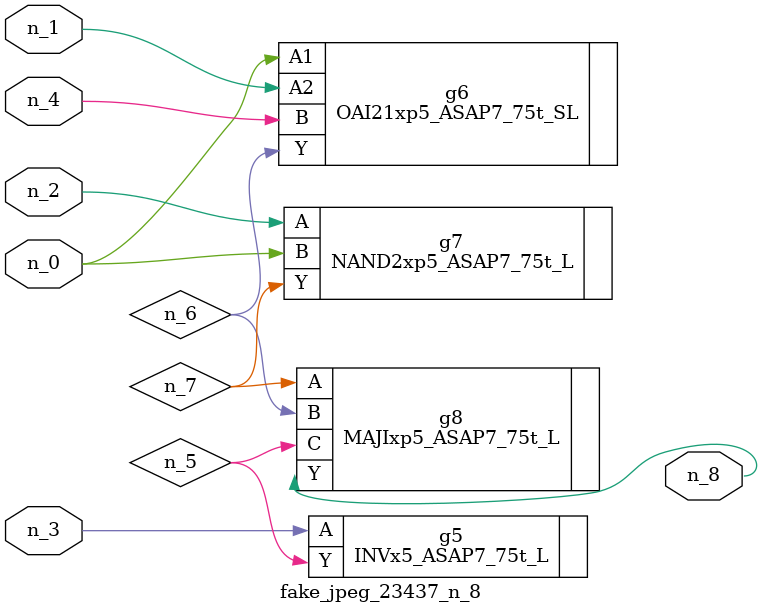
<source format=v>
module fake_jpeg_23437_n_8 (n_3, n_2, n_1, n_0, n_4, n_8);

input n_3;
input n_2;
input n_1;
input n_0;
input n_4;

output n_8;

wire n_6;
wire n_5;
wire n_7;

INVx5_ASAP7_75t_L g5 ( 
.A(n_3),
.Y(n_5)
);

OAI21xp5_ASAP7_75t_SL g6 ( 
.A1(n_0),
.A2(n_1),
.B(n_4),
.Y(n_6)
);

NAND2xp5_ASAP7_75t_L g7 ( 
.A(n_2),
.B(n_0),
.Y(n_7)
);

MAJIxp5_ASAP7_75t_L g8 ( 
.A(n_7),
.B(n_6),
.C(n_5),
.Y(n_8)
);


endmodule
</source>
